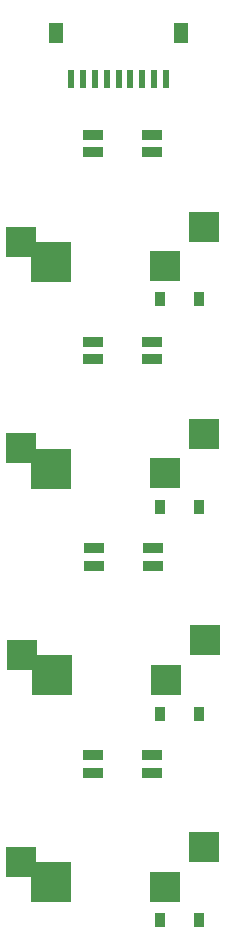
<source format=gbp>
%TF.GenerationSoftware,KiCad,Pcbnew,7.0.5-7.0.5~ubuntu22.04.1*%
%TF.CreationDate,2023-06-01T20:12:09-07:00*%
%TF.ProjectId,KeysOnRails,4b657973-4f6e-4526-9169-6c732e6b6963,rev?*%
%TF.SameCoordinates,Original*%
%TF.FileFunction,Paste,Bot*%
%TF.FilePolarity,Positive*%
%FSLAX46Y46*%
G04 Gerber Fmt 4.6, Leading zero omitted, Abs format (unit mm)*
G04 Created by KiCad (PCBNEW 7.0.5-7.0.5~ubuntu22.04.1) date 2023-06-01 20:12:09*
%MOMM*%
%LPD*%
G01*
G04 APERTURE LIST*
%ADD10R,0.600000X1.550000*%
%ADD11R,1.200000X1.800000*%
%ADD12R,1.803400X0.812800*%
%ADD13R,2.600000X2.600000*%
%ADD14R,3.500000X3.500000*%
%ADD15R,0.900000X1.200000*%
G04 APERTURE END LIST*
D10*
%TO.C,J1*%
X44080000Y-36755000D03*
D11*
X42780000Y-32880000D03*
X53380000Y-32880000D03*
D10*
X45080000Y-36755000D03*
X46080000Y-36755000D03*
X47080000Y-36755000D03*
X48080000Y-36755000D03*
X49080000Y-36755000D03*
X50080000Y-36755000D03*
X51080000Y-36755000D03*
X52080000Y-36755000D03*
%TD*%
D12*
%TO.C,SW2*%
X50931900Y-59001400D03*
D13*
X39790000Y-68046500D03*
X51990000Y-70146500D03*
D12*
X45928100Y-59001400D03*
X50931900Y-60500000D03*
X45928100Y-60500000D03*
D14*
X42340000Y-69761500D03*
D13*
X55290000Y-66786500D03*
%TD*%
D12*
%TO.C,SW1*%
X50931900Y-41492900D03*
D13*
X39790000Y-50538000D03*
X51990000Y-52638000D03*
D12*
X45928100Y-41492900D03*
X50931900Y-42991500D03*
X45928100Y-42991500D03*
D14*
X42340000Y-52253000D03*
D13*
X55290000Y-49278000D03*
%TD*%
D12*
%TO.C,SW3*%
X51000000Y-76500000D03*
D13*
X39858100Y-85545100D03*
X52058100Y-87645100D03*
D12*
X45996200Y-76500000D03*
X51000000Y-77998600D03*
X45996200Y-77998600D03*
D14*
X42408100Y-87260100D03*
D13*
X55358100Y-84285100D03*
%TD*%
D12*
%TO.C,SW4*%
X50931900Y-94000000D03*
D13*
X39790000Y-103045100D03*
X51990000Y-105145100D03*
D12*
X45928100Y-94000000D03*
X50931900Y-95498600D03*
X45928100Y-95498600D03*
D14*
X42340000Y-104760100D03*
D13*
X55290000Y-101785100D03*
%TD*%
D15*
%TO.C,D2*%
X54870000Y-73000000D03*
X51570000Y-73000000D03*
%TD*%
%TO.C,D4*%
X54900000Y-108000000D03*
X51600000Y-108000000D03*
%TD*%
%TO.C,D1*%
X54870000Y-55410000D03*
X51570000Y-55410000D03*
%TD*%
%TO.C,D3*%
X54870000Y-90500000D03*
X51570000Y-90500000D03*
%TD*%
M02*

</source>
